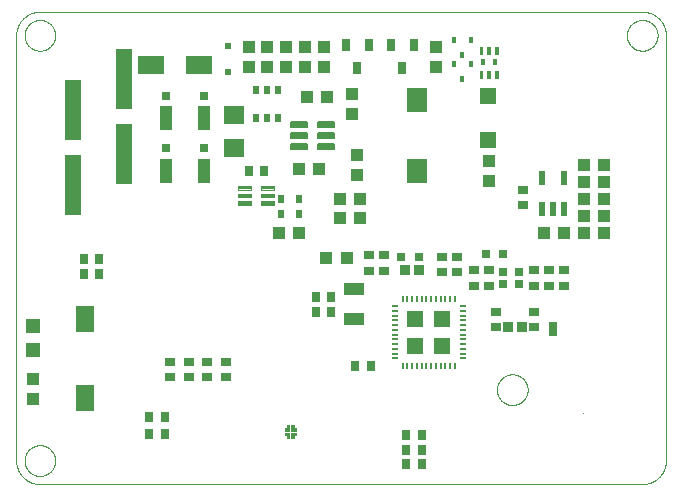
<source format=gtp>
G75*
%MOIN*%
%OFA0B0*%
%FSLAX25Y25*%
%IPPOS*%
%LPD*%
%AMOC8*
5,1,8,0,0,1.08239X$1,22.5*
%
%ADD10C,0.00001*%
%ADD11C,0.00581*%
%ADD12R,0.03937X0.04331*%
%ADD13R,0.02362X0.03150*%
%ADD14R,0.04331X0.03937*%
%ADD15R,0.06693X0.07874*%
%ADD16R,0.04724X0.04724*%
%ADD17R,0.02165X0.04724*%
%ADD18R,0.02500X0.04000*%
%ADD19R,0.02000X0.02756*%
%ADD20R,0.03543X0.02756*%
%ADD21R,0.02953X0.02756*%
%ADD22R,0.07087X0.03937*%
%ADD23R,0.03346X0.03543*%
%ADD24R,0.02756X0.03543*%
%ADD25R,0.03150X0.03150*%
%ADD26R,0.05906X0.09055*%
%ADD27R,0.05512X0.05512*%
%ADD28R,0.02362X0.02362*%
%ADD29C,0.00039*%
%ADD30R,0.05827X0.20315*%
%ADD31R,0.04331X0.07874*%
%ADD32R,0.08740X0.06181*%
%ADD33R,0.07087X0.06299*%
%ADD34R,0.02500X0.05000*%
%ADD35R,0.00100X0.00100*%
%ADD36R,0.02343X0.00792*%
%ADD37R,0.00792X0.02343*%
%ADD38R,0.05202X0.05202*%
%ADD39C,0.00394*%
%ADD40R,0.01669X0.02488*%
%ADD41C,0.00315*%
%ADD42R,0.01575X0.02008*%
D10*
X0035524Y0020000D02*
X0236311Y0020000D01*
X0236501Y0020002D01*
X0236691Y0020009D01*
X0236881Y0020021D01*
X0237071Y0020037D01*
X0237260Y0020057D01*
X0237449Y0020083D01*
X0237637Y0020112D01*
X0237824Y0020147D01*
X0238010Y0020186D01*
X0238195Y0020229D01*
X0238380Y0020277D01*
X0238563Y0020329D01*
X0238744Y0020385D01*
X0238924Y0020446D01*
X0239103Y0020512D01*
X0239280Y0020581D01*
X0239456Y0020655D01*
X0239629Y0020733D01*
X0239801Y0020816D01*
X0239970Y0020902D01*
X0240138Y0020992D01*
X0240303Y0021087D01*
X0240466Y0021185D01*
X0240626Y0021288D01*
X0240784Y0021394D01*
X0240939Y0021504D01*
X0241092Y0021617D01*
X0241242Y0021735D01*
X0241388Y0021856D01*
X0241532Y0021980D01*
X0241673Y0022108D01*
X0241811Y0022239D01*
X0241946Y0022374D01*
X0242077Y0022512D01*
X0242205Y0022653D01*
X0242329Y0022797D01*
X0242450Y0022943D01*
X0242568Y0023093D01*
X0242681Y0023246D01*
X0242791Y0023401D01*
X0242897Y0023559D01*
X0243000Y0023719D01*
X0243098Y0023882D01*
X0243193Y0024047D01*
X0243283Y0024215D01*
X0243369Y0024384D01*
X0243452Y0024556D01*
X0243530Y0024729D01*
X0243604Y0024905D01*
X0243673Y0025082D01*
X0243739Y0025261D01*
X0243800Y0025441D01*
X0243856Y0025622D01*
X0243908Y0025805D01*
X0243956Y0025990D01*
X0243999Y0026175D01*
X0244038Y0026361D01*
X0244073Y0026548D01*
X0244102Y0026736D01*
X0244128Y0026925D01*
X0244148Y0027114D01*
X0244164Y0027304D01*
X0244176Y0027494D01*
X0244183Y0027684D01*
X0244185Y0027874D01*
X0244185Y0169606D01*
X0231193Y0169606D02*
X0231195Y0169749D01*
X0231201Y0169892D01*
X0231211Y0170034D01*
X0231225Y0170176D01*
X0231243Y0170318D01*
X0231265Y0170460D01*
X0231290Y0170600D01*
X0231320Y0170740D01*
X0231354Y0170879D01*
X0231391Y0171017D01*
X0231433Y0171154D01*
X0231478Y0171289D01*
X0231527Y0171423D01*
X0231579Y0171556D01*
X0231635Y0171688D01*
X0231695Y0171817D01*
X0231759Y0171945D01*
X0231826Y0172072D01*
X0231897Y0172196D01*
X0231971Y0172318D01*
X0232048Y0172438D01*
X0232129Y0172556D01*
X0232213Y0172672D01*
X0232300Y0172785D01*
X0232390Y0172896D01*
X0232484Y0173004D01*
X0232580Y0173110D01*
X0232679Y0173212D01*
X0232782Y0173312D01*
X0232886Y0173409D01*
X0232994Y0173504D01*
X0233104Y0173595D01*
X0233217Y0173683D01*
X0233332Y0173767D01*
X0233449Y0173849D01*
X0233569Y0173927D01*
X0233690Y0174002D01*
X0233814Y0174074D01*
X0233940Y0174142D01*
X0234067Y0174206D01*
X0234197Y0174267D01*
X0234328Y0174324D01*
X0234460Y0174378D01*
X0234594Y0174427D01*
X0234729Y0174474D01*
X0234866Y0174516D01*
X0235004Y0174554D01*
X0235142Y0174589D01*
X0235282Y0174619D01*
X0235422Y0174646D01*
X0235563Y0174669D01*
X0235705Y0174688D01*
X0235847Y0174703D01*
X0235990Y0174714D01*
X0236132Y0174721D01*
X0236275Y0174724D01*
X0236418Y0174723D01*
X0236561Y0174718D01*
X0236704Y0174709D01*
X0236846Y0174696D01*
X0236988Y0174679D01*
X0237129Y0174658D01*
X0237270Y0174633D01*
X0237410Y0174605D01*
X0237549Y0174572D01*
X0237687Y0174535D01*
X0237824Y0174495D01*
X0237960Y0174451D01*
X0238095Y0174403D01*
X0238228Y0174351D01*
X0238360Y0174296D01*
X0238490Y0174237D01*
X0238619Y0174174D01*
X0238745Y0174108D01*
X0238870Y0174038D01*
X0238993Y0173965D01*
X0239113Y0173889D01*
X0239232Y0173809D01*
X0239348Y0173725D01*
X0239462Y0173639D01*
X0239573Y0173549D01*
X0239682Y0173457D01*
X0239788Y0173361D01*
X0239892Y0173263D01*
X0239993Y0173161D01*
X0240090Y0173057D01*
X0240185Y0172950D01*
X0240277Y0172841D01*
X0240366Y0172729D01*
X0240452Y0172614D01*
X0240534Y0172498D01*
X0240613Y0172378D01*
X0240689Y0172257D01*
X0240761Y0172134D01*
X0240830Y0172009D01*
X0240895Y0171882D01*
X0240957Y0171753D01*
X0241015Y0171622D01*
X0241070Y0171490D01*
X0241120Y0171356D01*
X0241167Y0171221D01*
X0241211Y0171085D01*
X0241250Y0170948D01*
X0241285Y0170809D01*
X0241317Y0170670D01*
X0241345Y0170530D01*
X0241369Y0170389D01*
X0241389Y0170247D01*
X0241405Y0170105D01*
X0241417Y0169963D01*
X0241425Y0169820D01*
X0241429Y0169677D01*
X0241429Y0169535D01*
X0241425Y0169392D01*
X0241417Y0169249D01*
X0241405Y0169107D01*
X0241389Y0168965D01*
X0241369Y0168823D01*
X0241345Y0168682D01*
X0241317Y0168542D01*
X0241285Y0168403D01*
X0241250Y0168264D01*
X0241211Y0168127D01*
X0241167Y0167991D01*
X0241120Y0167856D01*
X0241070Y0167722D01*
X0241015Y0167590D01*
X0240957Y0167459D01*
X0240895Y0167330D01*
X0240830Y0167203D01*
X0240761Y0167078D01*
X0240689Y0166955D01*
X0240613Y0166834D01*
X0240534Y0166714D01*
X0240452Y0166598D01*
X0240366Y0166483D01*
X0240277Y0166371D01*
X0240185Y0166262D01*
X0240090Y0166155D01*
X0239993Y0166051D01*
X0239892Y0165949D01*
X0239788Y0165851D01*
X0239682Y0165755D01*
X0239573Y0165663D01*
X0239462Y0165573D01*
X0239348Y0165487D01*
X0239232Y0165403D01*
X0239113Y0165323D01*
X0238993Y0165247D01*
X0238870Y0165174D01*
X0238745Y0165104D01*
X0238619Y0165038D01*
X0238490Y0164975D01*
X0238360Y0164916D01*
X0238228Y0164861D01*
X0238095Y0164809D01*
X0237960Y0164761D01*
X0237824Y0164717D01*
X0237687Y0164677D01*
X0237549Y0164640D01*
X0237410Y0164607D01*
X0237270Y0164579D01*
X0237129Y0164554D01*
X0236988Y0164533D01*
X0236846Y0164516D01*
X0236704Y0164503D01*
X0236561Y0164494D01*
X0236418Y0164489D01*
X0236275Y0164488D01*
X0236132Y0164491D01*
X0235990Y0164498D01*
X0235847Y0164509D01*
X0235705Y0164524D01*
X0235563Y0164543D01*
X0235422Y0164566D01*
X0235282Y0164593D01*
X0235142Y0164623D01*
X0235004Y0164658D01*
X0234866Y0164696D01*
X0234729Y0164738D01*
X0234594Y0164785D01*
X0234460Y0164834D01*
X0234328Y0164888D01*
X0234197Y0164945D01*
X0234067Y0165006D01*
X0233940Y0165070D01*
X0233814Y0165138D01*
X0233690Y0165210D01*
X0233569Y0165285D01*
X0233449Y0165363D01*
X0233332Y0165445D01*
X0233217Y0165529D01*
X0233104Y0165617D01*
X0232994Y0165708D01*
X0232886Y0165803D01*
X0232782Y0165900D01*
X0232679Y0166000D01*
X0232580Y0166102D01*
X0232484Y0166208D01*
X0232390Y0166316D01*
X0232300Y0166427D01*
X0232213Y0166540D01*
X0232129Y0166656D01*
X0232048Y0166774D01*
X0231971Y0166894D01*
X0231897Y0167016D01*
X0231826Y0167140D01*
X0231759Y0167267D01*
X0231695Y0167395D01*
X0231635Y0167524D01*
X0231579Y0167656D01*
X0231527Y0167789D01*
X0231478Y0167923D01*
X0231433Y0168058D01*
X0231391Y0168195D01*
X0231354Y0168333D01*
X0231320Y0168472D01*
X0231290Y0168612D01*
X0231265Y0168752D01*
X0231243Y0168894D01*
X0231225Y0169036D01*
X0231211Y0169178D01*
X0231201Y0169320D01*
X0231195Y0169463D01*
X0231193Y0169606D01*
X0236311Y0177480D02*
X0236501Y0177478D01*
X0236691Y0177471D01*
X0236881Y0177459D01*
X0237071Y0177443D01*
X0237260Y0177423D01*
X0237449Y0177397D01*
X0237637Y0177368D01*
X0237824Y0177333D01*
X0238010Y0177294D01*
X0238195Y0177251D01*
X0238380Y0177203D01*
X0238563Y0177151D01*
X0238744Y0177095D01*
X0238924Y0177034D01*
X0239103Y0176968D01*
X0239280Y0176899D01*
X0239456Y0176825D01*
X0239629Y0176747D01*
X0239801Y0176664D01*
X0239970Y0176578D01*
X0240138Y0176488D01*
X0240303Y0176393D01*
X0240466Y0176295D01*
X0240626Y0176192D01*
X0240784Y0176086D01*
X0240939Y0175976D01*
X0241092Y0175863D01*
X0241242Y0175745D01*
X0241388Y0175624D01*
X0241532Y0175500D01*
X0241673Y0175372D01*
X0241811Y0175241D01*
X0241946Y0175106D01*
X0242077Y0174968D01*
X0242205Y0174827D01*
X0242329Y0174683D01*
X0242450Y0174537D01*
X0242568Y0174387D01*
X0242681Y0174234D01*
X0242791Y0174079D01*
X0242897Y0173921D01*
X0243000Y0173761D01*
X0243098Y0173598D01*
X0243193Y0173433D01*
X0243283Y0173265D01*
X0243369Y0173096D01*
X0243452Y0172924D01*
X0243530Y0172751D01*
X0243604Y0172575D01*
X0243673Y0172398D01*
X0243739Y0172219D01*
X0243800Y0172039D01*
X0243856Y0171858D01*
X0243908Y0171675D01*
X0243956Y0171490D01*
X0243999Y0171305D01*
X0244038Y0171119D01*
X0244073Y0170932D01*
X0244102Y0170744D01*
X0244128Y0170555D01*
X0244148Y0170366D01*
X0244164Y0170176D01*
X0244176Y0169986D01*
X0244183Y0169796D01*
X0244185Y0169606D01*
X0236311Y0177480D02*
X0035524Y0177480D01*
X0030406Y0169606D02*
X0030408Y0169749D01*
X0030414Y0169892D01*
X0030424Y0170034D01*
X0030438Y0170176D01*
X0030456Y0170318D01*
X0030478Y0170460D01*
X0030503Y0170600D01*
X0030533Y0170740D01*
X0030567Y0170879D01*
X0030604Y0171017D01*
X0030646Y0171154D01*
X0030691Y0171289D01*
X0030740Y0171423D01*
X0030792Y0171556D01*
X0030848Y0171688D01*
X0030908Y0171817D01*
X0030972Y0171945D01*
X0031039Y0172072D01*
X0031110Y0172196D01*
X0031184Y0172318D01*
X0031261Y0172438D01*
X0031342Y0172556D01*
X0031426Y0172672D01*
X0031513Y0172785D01*
X0031603Y0172896D01*
X0031697Y0173004D01*
X0031793Y0173110D01*
X0031892Y0173212D01*
X0031995Y0173312D01*
X0032099Y0173409D01*
X0032207Y0173504D01*
X0032317Y0173595D01*
X0032430Y0173683D01*
X0032545Y0173767D01*
X0032662Y0173849D01*
X0032782Y0173927D01*
X0032903Y0174002D01*
X0033027Y0174074D01*
X0033153Y0174142D01*
X0033280Y0174206D01*
X0033410Y0174267D01*
X0033541Y0174324D01*
X0033673Y0174378D01*
X0033807Y0174427D01*
X0033942Y0174474D01*
X0034079Y0174516D01*
X0034217Y0174554D01*
X0034355Y0174589D01*
X0034495Y0174619D01*
X0034635Y0174646D01*
X0034776Y0174669D01*
X0034918Y0174688D01*
X0035060Y0174703D01*
X0035203Y0174714D01*
X0035345Y0174721D01*
X0035488Y0174724D01*
X0035631Y0174723D01*
X0035774Y0174718D01*
X0035917Y0174709D01*
X0036059Y0174696D01*
X0036201Y0174679D01*
X0036342Y0174658D01*
X0036483Y0174633D01*
X0036623Y0174605D01*
X0036762Y0174572D01*
X0036900Y0174535D01*
X0037037Y0174495D01*
X0037173Y0174451D01*
X0037308Y0174403D01*
X0037441Y0174351D01*
X0037573Y0174296D01*
X0037703Y0174237D01*
X0037832Y0174174D01*
X0037958Y0174108D01*
X0038083Y0174038D01*
X0038206Y0173965D01*
X0038326Y0173889D01*
X0038445Y0173809D01*
X0038561Y0173725D01*
X0038675Y0173639D01*
X0038786Y0173549D01*
X0038895Y0173457D01*
X0039001Y0173361D01*
X0039105Y0173263D01*
X0039206Y0173161D01*
X0039303Y0173057D01*
X0039398Y0172950D01*
X0039490Y0172841D01*
X0039579Y0172729D01*
X0039665Y0172614D01*
X0039747Y0172498D01*
X0039826Y0172378D01*
X0039902Y0172257D01*
X0039974Y0172134D01*
X0040043Y0172009D01*
X0040108Y0171882D01*
X0040170Y0171753D01*
X0040228Y0171622D01*
X0040283Y0171490D01*
X0040333Y0171356D01*
X0040380Y0171221D01*
X0040424Y0171085D01*
X0040463Y0170948D01*
X0040498Y0170809D01*
X0040530Y0170670D01*
X0040558Y0170530D01*
X0040582Y0170389D01*
X0040602Y0170247D01*
X0040618Y0170105D01*
X0040630Y0169963D01*
X0040638Y0169820D01*
X0040642Y0169677D01*
X0040642Y0169535D01*
X0040638Y0169392D01*
X0040630Y0169249D01*
X0040618Y0169107D01*
X0040602Y0168965D01*
X0040582Y0168823D01*
X0040558Y0168682D01*
X0040530Y0168542D01*
X0040498Y0168403D01*
X0040463Y0168264D01*
X0040424Y0168127D01*
X0040380Y0167991D01*
X0040333Y0167856D01*
X0040283Y0167722D01*
X0040228Y0167590D01*
X0040170Y0167459D01*
X0040108Y0167330D01*
X0040043Y0167203D01*
X0039974Y0167078D01*
X0039902Y0166955D01*
X0039826Y0166834D01*
X0039747Y0166714D01*
X0039665Y0166598D01*
X0039579Y0166483D01*
X0039490Y0166371D01*
X0039398Y0166262D01*
X0039303Y0166155D01*
X0039206Y0166051D01*
X0039105Y0165949D01*
X0039001Y0165851D01*
X0038895Y0165755D01*
X0038786Y0165663D01*
X0038675Y0165573D01*
X0038561Y0165487D01*
X0038445Y0165403D01*
X0038326Y0165323D01*
X0038206Y0165247D01*
X0038083Y0165174D01*
X0037958Y0165104D01*
X0037832Y0165038D01*
X0037703Y0164975D01*
X0037573Y0164916D01*
X0037441Y0164861D01*
X0037308Y0164809D01*
X0037173Y0164761D01*
X0037037Y0164717D01*
X0036900Y0164677D01*
X0036762Y0164640D01*
X0036623Y0164607D01*
X0036483Y0164579D01*
X0036342Y0164554D01*
X0036201Y0164533D01*
X0036059Y0164516D01*
X0035917Y0164503D01*
X0035774Y0164494D01*
X0035631Y0164489D01*
X0035488Y0164488D01*
X0035345Y0164491D01*
X0035203Y0164498D01*
X0035060Y0164509D01*
X0034918Y0164524D01*
X0034776Y0164543D01*
X0034635Y0164566D01*
X0034495Y0164593D01*
X0034355Y0164623D01*
X0034217Y0164658D01*
X0034079Y0164696D01*
X0033942Y0164738D01*
X0033807Y0164785D01*
X0033673Y0164834D01*
X0033541Y0164888D01*
X0033410Y0164945D01*
X0033280Y0165006D01*
X0033153Y0165070D01*
X0033027Y0165138D01*
X0032903Y0165210D01*
X0032782Y0165285D01*
X0032662Y0165363D01*
X0032545Y0165445D01*
X0032430Y0165529D01*
X0032317Y0165617D01*
X0032207Y0165708D01*
X0032099Y0165803D01*
X0031995Y0165900D01*
X0031892Y0166000D01*
X0031793Y0166102D01*
X0031697Y0166208D01*
X0031603Y0166316D01*
X0031513Y0166427D01*
X0031426Y0166540D01*
X0031342Y0166656D01*
X0031261Y0166774D01*
X0031184Y0166894D01*
X0031110Y0167016D01*
X0031039Y0167140D01*
X0030972Y0167267D01*
X0030908Y0167395D01*
X0030848Y0167524D01*
X0030792Y0167656D01*
X0030740Y0167789D01*
X0030691Y0167923D01*
X0030646Y0168058D01*
X0030604Y0168195D01*
X0030567Y0168333D01*
X0030533Y0168472D01*
X0030503Y0168612D01*
X0030478Y0168752D01*
X0030456Y0168894D01*
X0030438Y0169036D01*
X0030424Y0169178D01*
X0030414Y0169320D01*
X0030408Y0169463D01*
X0030406Y0169606D01*
X0027650Y0169606D02*
X0027650Y0027874D01*
X0030406Y0027874D02*
X0030408Y0028017D01*
X0030414Y0028160D01*
X0030424Y0028302D01*
X0030438Y0028444D01*
X0030456Y0028586D01*
X0030478Y0028728D01*
X0030503Y0028868D01*
X0030533Y0029008D01*
X0030567Y0029147D01*
X0030604Y0029285D01*
X0030646Y0029422D01*
X0030691Y0029557D01*
X0030740Y0029691D01*
X0030792Y0029824D01*
X0030848Y0029956D01*
X0030908Y0030085D01*
X0030972Y0030213D01*
X0031039Y0030340D01*
X0031110Y0030464D01*
X0031184Y0030586D01*
X0031261Y0030706D01*
X0031342Y0030824D01*
X0031426Y0030940D01*
X0031513Y0031053D01*
X0031603Y0031164D01*
X0031697Y0031272D01*
X0031793Y0031378D01*
X0031892Y0031480D01*
X0031995Y0031580D01*
X0032099Y0031677D01*
X0032207Y0031772D01*
X0032317Y0031863D01*
X0032430Y0031951D01*
X0032545Y0032035D01*
X0032662Y0032117D01*
X0032782Y0032195D01*
X0032903Y0032270D01*
X0033027Y0032342D01*
X0033153Y0032410D01*
X0033280Y0032474D01*
X0033410Y0032535D01*
X0033541Y0032592D01*
X0033673Y0032646D01*
X0033807Y0032695D01*
X0033942Y0032742D01*
X0034079Y0032784D01*
X0034217Y0032822D01*
X0034355Y0032857D01*
X0034495Y0032887D01*
X0034635Y0032914D01*
X0034776Y0032937D01*
X0034918Y0032956D01*
X0035060Y0032971D01*
X0035203Y0032982D01*
X0035345Y0032989D01*
X0035488Y0032992D01*
X0035631Y0032991D01*
X0035774Y0032986D01*
X0035917Y0032977D01*
X0036059Y0032964D01*
X0036201Y0032947D01*
X0036342Y0032926D01*
X0036483Y0032901D01*
X0036623Y0032873D01*
X0036762Y0032840D01*
X0036900Y0032803D01*
X0037037Y0032763D01*
X0037173Y0032719D01*
X0037308Y0032671D01*
X0037441Y0032619D01*
X0037573Y0032564D01*
X0037703Y0032505D01*
X0037832Y0032442D01*
X0037958Y0032376D01*
X0038083Y0032306D01*
X0038206Y0032233D01*
X0038326Y0032157D01*
X0038445Y0032077D01*
X0038561Y0031993D01*
X0038675Y0031907D01*
X0038786Y0031817D01*
X0038895Y0031725D01*
X0039001Y0031629D01*
X0039105Y0031531D01*
X0039206Y0031429D01*
X0039303Y0031325D01*
X0039398Y0031218D01*
X0039490Y0031109D01*
X0039579Y0030997D01*
X0039665Y0030882D01*
X0039747Y0030766D01*
X0039826Y0030646D01*
X0039902Y0030525D01*
X0039974Y0030402D01*
X0040043Y0030277D01*
X0040108Y0030150D01*
X0040170Y0030021D01*
X0040228Y0029890D01*
X0040283Y0029758D01*
X0040333Y0029624D01*
X0040380Y0029489D01*
X0040424Y0029353D01*
X0040463Y0029216D01*
X0040498Y0029077D01*
X0040530Y0028938D01*
X0040558Y0028798D01*
X0040582Y0028657D01*
X0040602Y0028515D01*
X0040618Y0028373D01*
X0040630Y0028231D01*
X0040638Y0028088D01*
X0040642Y0027945D01*
X0040642Y0027803D01*
X0040638Y0027660D01*
X0040630Y0027517D01*
X0040618Y0027375D01*
X0040602Y0027233D01*
X0040582Y0027091D01*
X0040558Y0026950D01*
X0040530Y0026810D01*
X0040498Y0026671D01*
X0040463Y0026532D01*
X0040424Y0026395D01*
X0040380Y0026259D01*
X0040333Y0026124D01*
X0040283Y0025990D01*
X0040228Y0025858D01*
X0040170Y0025727D01*
X0040108Y0025598D01*
X0040043Y0025471D01*
X0039974Y0025346D01*
X0039902Y0025223D01*
X0039826Y0025102D01*
X0039747Y0024982D01*
X0039665Y0024866D01*
X0039579Y0024751D01*
X0039490Y0024639D01*
X0039398Y0024530D01*
X0039303Y0024423D01*
X0039206Y0024319D01*
X0039105Y0024217D01*
X0039001Y0024119D01*
X0038895Y0024023D01*
X0038786Y0023931D01*
X0038675Y0023841D01*
X0038561Y0023755D01*
X0038445Y0023671D01*
X0038326Y0023591D01*
X0038206Y0023515D01*
X0038083Y0023442D01*
X0037958Y0023372D01*
X0037832Y0023306D01*
X0037703Y0023243D01*
X0037573Y0023184D01*
X0037441Y0023129D01*
X0037308Y0023077D01*
X0037173Y0023029D01*
X0037037Y0022985D01*
X0036900Y0022945D01*
X0036762Y0022908D01*
X0036623Y0022875D01*
X0036483Y0022847D01*
X0036342Y0022822D01*
X0036201Y0022801D01*
X0036059Y0022784D01*
X0035917Y0022771D01*
X0035774Y0022762D01*
X0035631Y0022757D01*
X0035488Y0022756D01*
X0035345Y0022759D01*
X0035203Y0022766D01*
X0035060Y0022777D01*
X0034918Y0022792D01*
X0034776Y0022811D01*
X0034635Y0022834D01*
X0034495Y0022861D01*
X0034355Y0022891D01*
X0034217Y0022926D01*
X0034079Y0022964D01*
X0033942Y0023006D01*
X0033807Y0023053D01*
X0033673Y0023102D01*
X0033541Y0023156D01*
X0033410Y0023213D01*
X0033280Y0023274D01*
X0033153Y0023338D01*
X0033027Y0023406D01*
X0032903Y0023478D01*
X0032782Y0023553D01*
X0032662Y0023631D01*
X0032545Y0023713D01*
X0032430Y0023797D01*
X0032317Y0023885D01*
X0032207Y0023976D01*
X0032099Y0024071D01*
X0031995Y0024168D01*
X0031892Y0024268D01*
X0031793Y0024370D01*
X0031697Y0024476D01*
X0031603Y0024584D01*
X0031513Y0024695D01*
X0031426Y0024808D01*
X0031342Y0024924D01*
X0031261Y0025042D01*
X0031184Y0025162D01*
X0031110Y0025284D01*
X0031039Y0025408D01*
X0030972Y0025535D01*
X0030908Y0025663D01*
X0030848Y0025792D01*
X0030792Y0025924D01*
X0030740Y0026057D01*
X0030691Y0026191D01*
X0030646Y0026326D01*
X0030604Y0026463D01*
X0030567Y0026601D01*
X0030533Y0026740D01*
X0030503Y0026880D01*
X0030478Y0027020D01*
X0030456Y0027162D01*
X0030438Y0027304D01*
X0030424Y0027446D01*
X0030414Y0027588D01*
X0030408Y0027731D01*
X0030406Y0027874D01*
X0027650Y0027874D02*
X0027652Y0027684D01*
X0027659Y0027494D01*
X0027671Y0027304D01*
X0027687Y0027114D01*
X0027707Y0026925D01*
X0027733Y0026736D01*
X0027762Y0026548D01*
X0027797Y0026361D01*
X0027836Y0026175D01*
X0027879Y0025990D01*
X0027927Y0025805D01*
X0027979Y0025622D01*
X0028035Y0025441D01*
X0028096Y0025261D01*
X0028162Y0025082D01*
X0028231Y0024905D01*
X0028305Y0024729D01*
X0028383Y0024556D01*
X0028466Y0024384D01*
X0028552Y0024215D01*
X0028642Y0024047D01*
X0028737Y0023882D01*
X0028835Y0023719D01*
X0028938Y0023559D01*
X0029044Y0023401D01*
X0029154Y0023246D01*
X0029267Y0023093D01*
X0029385Y0022943D01*
X0029506Y0022797D01*
X0029630Y0022653D01*
X0029758Y0022512D01*
X0029889Y0022374D01*
X0030024Y0022239D01*
X0030162Y0022108D01*
X0030303Y0021980D01*
X0030447Y0021856D01*
X0030593Y0021735D01*
X0030743Y0021617D01*
X0030896Y0021504D01*
X0031051Y0021394D01*
X0031209Y0021288D01*
X0031369Y0021185D01*
X0031532Y0021087D01*
X0031697Y0020992D01*
X0031865Y0020902D01*
X0032034Y0020816D01*
X0032206Y0020733D01*
X0032379Y0020655D01*
X0032555Y0020581D01*
X0032732Y0020512D01*
X0032911Y0020446D01*
X0033091Y0020385D01*
X0033272Y0020329D01*
X0033455Y0020277D01*
X0033640Y0020229D01*
X0033825Y0020186D01*
X0034011Y0020147D01*
X0034198Y0020112D01*
X0034386Y0020083D01*
X0034575Y0020057D01*
X0034764Y0020037D01*
X0034954Y0020021D01*
X0035144Y0020009D01*
X0035334Y0020002D01*
X0035524Y0020000D01*
X0187886Y0051496D02*
X0187888Y0051639D01*
X0187894Y0051782D01*
X0187904Y0051924D01*
X0187918Y0052066D01*
X0187936Y0052208D01*
X0187958Y0052350D01*
X0187983Y0052490D01*
X0188013Y0052630D01*
X0188047Y0052769D01*
X0188084Y0052907D01*
X0188126Y0053044D01*
X0188171Y0053179D01*
X0188220Y0053313D01*
X0188272Y0053446D01*
X0188328Y0053578D01*
X0188388Y0053707D01*
X0188452Y0053835D01*
X0188519Y0053962D01*
X0188590Y0054086D01*
X0188664Y0054208D01*
X0188741Y0054328D01*
X0188822Y0054446D01*
X0188906Y0054562D01*
X0188993Y0054675D01*
X0189083Y0054786D01*
X0189177Y0054894D01*
X0189273Y0055000D01*
X0189372Y0055102D01*
X0189475Y0055202D01*
X0189579Y0055299D01*
X0189687Y0055394D01*
X0189797Y0055485D01*
X0189910Y0055573D01*
X0190025Y0055657D01*
X0190142Y0055739D01*
X0190262Y0055817D01*
X0190383Y0055892D01*
X0190507Y0055964D01*
X0190633Y0056032D01*
X0190760Y0056096D01*
X0190890Y0056157D01*
X0191021Y0056214D01*
X0191153Y0056268D01*
X0191287Y0056317D01*
X0191422Y0056364D01*
X0191559Y0056406D01*
X0191697Y0056444D01*
X0191835Y0056479D01*
X0191975Y0056509D01*
X0192115Y0056536D01*
X0192256Y0056559D01*
X0192398Y0056578D01*
X0192540Y0056593D01*
X0192683Y0056604D01*
X0192825Y0056611D01*
X0192968Y0056614D01*
X0193111Y0056613D01*
X0193254Y0056608D01*
X0193397Y0056599D01*
X0193539Y0056586D01*
X0193681Y0056569D01*
X0193822Y0056548D01*
X0193963Y0056523D01*
X0194103Y0056495D01*
X0194242Y0056462D01*
X0194380Y0056425D01*
X0194517Y0056385D01*
X0194653Y0056341D01*
X0194788Y0056293D01*
X0194921Y0056241D01*
X0195053Y0056186D01*
X0195183Y0056127D01*
X0195312Y0056064D01*
X0195438Y0055998D01*
X0195563Y0055928D01*
X0195686Y0055855D01*
X0195806Y0055779D01*
X0195925Y0055699D01*
X0196041Y0055615D01*
X0196155Y0055529D01*
X0196266Y0055439D01*
X0196375Y0055347D01*
X0196481Y0055251D01*
X0196585Y0055153D01*
X0196686Y0055051D01*
X0196783Y0054947D01*
X0196878Y0054840D01*
X0196970Y0054731D01*
X0197059Y0054619D01*
X0197145Y0054504D01*
X0197227Y0054388D01*
X0197306Y0054268D01*
X0197382Y0054147D01*
X0197454Y0054024D01*
X0197523Y0053899D01*
X0197588Y0053772D01*
X0197650Y0053643D01*
X0197708Y0053512D01*
X0197763Y0053380D01*
X0197813Y0053246D01*
X0197860Y0053111D01*
X0197904Y0052975D01*
X0197943Y0052838D01*
X0197978Y0052699D01*
X0198010Y0052560D01*
X0198038Y0052420D01*
X0198062Y0052279D01*
X0198082Y0052137D01*
X0198098Y0051995D01*
X0198110Y0051853D01*
X0198118Y0051710D01*
X0198122Y0051567D01*
X0198122Y0051425D01*
X0198118Y0051282D01*
X0198110Y0051139D01*
X0198098Y0050997D01*
X0198082Y0050855D01*
X0198062Y0050713D01*
X0198038Y0050572D01*
X0198010Y0050432D01*
X0197978Y0050293D01*
X0197943Y0050154D01*
X0197904Y0050017D01*
X0197860Y0049881D01*
X0197813Y0049746D01*
X0197763Y0049612D01*
X0197708Y0049480D01*
X0197650Y0049349D01*
X0197588Y0049220D01*
X0197523Y0049093D01*
X0197454Y0048968D01*
X0197382Y0048845D01*
X0197306Y0048724D01*
X0197227Y0048604D01*
X0197145Y0048488D01*
X0197059Y0048373D01*
X0196970Y0048261D01*
X0196878Y0048152D01*
X0196783Y0048045D01*
X0196686Y0047941D01*
X0196585Y0047839D01*
X0196481Y0047741D01*
X0196375Y0047645D01*
X0196266Y0047553D01*
X0196155Y0047463D01*
X0196041Y0047377D01*
X0195925Y0047293D01*
X0195806Y0047213D01*
X0195686Y0047137D01*
X0195563Y0047064D01*
X0195438Y0046994D01*
X0195312Y0046928D01*
X0195183Y0046865D01*
X0195053Y0046806D01*
X0194921Y0046751D01*
X0194788Y0046699D01*
X0194653Y0046651D01*
X0194517Y0046607D01*
X0194380Y0046567D01*
X0194242Y0046530D01*
X0194103Y0046497D01*
X0193963Y0046469D01*
X0193822Y0046444D01*
X0193681Y0046423D01*
X0193539Y0046406D01*
X0193397Y0046393D01*
X0193254Y0046384D01*
X0193111Y0046379D01*
X0192968Y0046378D01*
X0192825Y0046381D01*
X0192683Y0046388D01*
X0192540Y0046399D01*
X0192398Y0046414D01*
X0192256Y0046433D01*
X0192115Y0046456D01*
X0191975Y0046483D01*
X0191835Y0046513D01*
X0191697Y0046548D01*
X0191559Y0046586D01*
X0191422Y0046628D01*
X0191287Y0046675D01*
X0191153Y0046724D01*
X0191021Y0046778D01*
X0190890Y0046835D01*
X0190760Y0046896D01*
X0190633Y0046960D01*
X0190507Y0047028D01*
X0190383Y0047100D01*
X0190262Y0047175D01*
X0190142Y0047253D01*
X0190025Y0047335D01*
X0189910Y0047419D01*
X0189797Y0047507D01*
X0189687Y0047598D01*
X0189579Y0047693D01*
X0189475Y0047790D01*
X0189372Y0047890D01*
X0189273Y0047992D01*
X0189177Y0048098D01*
X0189083Y0048206D01*
X0188993Y0048317D01*
X0188906Y0048430D01*
X0188822Y0048546D01*
X0188741Y0048664D01*
X0188664Y0048784D01*
X0188590Y0048906D01*
X0188519Y0049030D01*
X0188452Y0049157D01*
X0188388Y0049285D01*
X0188328Y0049414D01*
X0188272Y0049546D01*
X0188220Y0049679D01*
X0188171Y0049813D01*
X0188126Y0049948D01*
X0188084Y0050085D01*
X0188047Y0050223D01*
X0188013Y0050362D01*
X0187983Y0050502D01*
X0187958Y0050642D01*
X0187936Y0050784D01*
X0187918Y0050926D01*
X0187904Y0051068D01*
X0187894Y0051210D01*
X0187888Y0051353D01*
X0187886Y0051496D01*
X0035524Y0177480D02*
X0035334Y0177478D01*
X0035144Y0177471D01*
X0034954Y0177459D01*
X0034764Y0177443D01*
X0034575Y0177423D01*
X0034386Y0177397D01*
X0034198Y0177368D01*
X0034011Y0177333D01*
X0033825Y0177294D01*
X0033640Y0177251D01*
X0033455Y0177203D01*
X0033272Y0177151D01*
X0033091Y0177095D01*
X0032911Y0177034D01*
X0032732Y0176968D01*
X0032555Y0176899D01*
X0032379Y0176825D01*
X0032206Y0176747D01*
X0032034Y0176664D01*
X0031865Y0176578D01*
X0031697Y0176488D01*
X0031532Y0176393D01*
X0031369Y0176295D01*
X0031209Y0176192D01*
X0031051Y0176086D01*
X0030896Y0175976D01*
X0030743Y0175863D01*
X0030593Y0175745D01*
X0030447Y0175624D01*
X0030303Y0175500D01*
X0030162Y0175372D01*
X0030024Y0175241D01*
X0029889Y0175106D01*
X0029758Y0174968D01*
X0029630Y0174827D01*
X0029506Y0174683D01*
X0029385Y0174537D01*
X0029267Y0174387D01*
X0029154Y0174234D01*
X0029044Y0174079D01*
X0028938Y0173921D01*
X0028835Y0173761D01*
X0028737Y0173598D01*
X0028642Y0173433D01*
X0028552Y0173265D01*
X0028466Y0173096D01*
X0028383Y0172924D01*
X0028305Y0172751D01*
X0028231Y0172575D01*
X0028162Y0172398D01*
X0028096Y0172219D01*
X0028035Y0172039D01*
X0027979Y0171858D01*
X0027927Y0171675D01*
X0027879Y0171490D01*
X0027836Y0171305D01*
X0027797Y0171119D01*
X0027762Y0170932D01*
X0027733Y0170744D01*
X0027707Y0170555D01*
X0027687Y0170366D01*
X0027671Y0170176D01*
X0027659Y0169986D01*
X0027652Y0169796D01*
X0027650Y0169606D01*
D11*
X0119289Y0140861D02*
X0124417Y0140861D01*
X0124417Y0139119D01*
X0119289Y0139119D01*
X0119289Y0140861D01*
X0119289Y0139671D02*
X0124417Y0139671D01*
X0124417Y0140223D02*
X0119289Y0140223D01*
X0119289Y0140775D02*
X0124417Y0140775D01*
X0124417Y0137121D02*
X0119289Y0137121D01*
X0124417Y0137121D02*
X0124417Y0135379D01*
X0119289Y0135379D01*
X0119289Y0137121D01*
X0119289Y0135931D02*
X0124417Y0135931D01*
X0124417Y0136483D02*
X0119289Y0136483D01*
X0119289Y0137035D02*
X0124417Y0137035D01*
X0128383Y0137121D02*
X0133511Y0137121D01*
X0133511Y0135379D01*
X0128383Y0135379D01*
X0128383Y0137121D01*
X0128383Y0135931D02*
X0133511Y0135931D01*
X0133511Y0136483D02*
X0128383Y0136483D01*
X0128383Y0137035D02*
X0133511Y0137035D01*
X0133511Y0140861D02*
X0128383Y0140861D01*
X0133511Y0140861D02*
X0133511Y0139119D01*
X0128383Y0139119D01*
X0128383Y0140861D01*
X0128383Y0139671D02*
X0133511Y0139671D01*
X0133511Y0140223D02*
X0128383Y0140223D01*
X0128383Y0140775D02*
X0133511Y0140775D01*
X0133511Y0133381D02*
X0128383Y0133381D01*
X0133511Y0133381D02*
X0133511Y0131639D01*
X0128383Y0131639D01*
X0128383Y0133381D01*
X0128383Y0132191D02*
X0133511Y0132191D01*
X0133511Y0132743D02*
X0128383Y0132743D01*
X0128383Y0133295D02*
X0133511Y0133295D01*
X0124417Y0133381D02*
X0119289Y0133381D01*
X0124417Y0133381D02*
X0124417Y0131639D01*
X0119289Y0131639D01*
X0119289Y0133381D01*
X0119289Y0132191D02*
X0124417Y0132191D01*
X0124417Y0132743D02*
X0119289Y0132743D01*
X0119289Y0133295D02*
X0124417Y0133295D01*
D12*
X0141400Y0129596D03*
X0141400Y0122904D03*
X0139525Y0143529D03*
X0139525Y0150221D03*
X0130150Y0159154D03*
X0123900Y0159154D03*
X0117650Y0159154D03*
X0111400Y0159154D03*
X0105150Y0159154D03*
X0105150Y0165846D03*
X0111400Y0165846D03*
X0117650Y0165846D03*
X0123900Y0165846D03*
X0130150Y0165846D03*
X0167650Y0165846D03*
X0167650Y0159154D03*
X0185200Y0127596D03*
X0185200Y0120904D03*
X0033275Y0055221D03*
X0033275Y0048529D03*
D13*
X0115947Y0110000D03*
X0115947Y0115000D03*
X0121853Y0115000D03*
X0121853Y0110000D03*
D14*
X0121934Y0103787D03*
X0115241Y0103787D03*
X0131041Y0095362D03*
X0137734Y0095362D03*
X0135554Y0108750D03*
X0135554Y0115000D03*
X0142246Y0115000D03*
X0142246Y0108750D03*
X0128496Y0125000D03*
X0121804Y0125000D03*
X0124429Y0149113D03*
X0131121Y0149113D03*
X0203679Y0103750D03*
X0210371Y0103750D03*
X0216804Y0103750D03*
X0216804Y0109375D03*
X0223496Y0109375D03*
X0223496Y0103750D03*
X0223496Y0115000D03*
X0216804Y0115000D03*
X0216804Y0120625D03*
X0216804Y0126250D03*
X0223496Y0126250D03*
X0223496Y0120625D03*
D15*
X0161400Y0124439D03*
X0161400Y0148061D03*
D16*
X0033275Y0072884D03*
X0033275Y0064616D03*
D17*
X0202760Y0111744D03*
X0206500Y0111744D03*
X0210240Y0111744D03*
X0210240Y0121981D03*
X0202760Y0121981D03*
D18*
X0156400Y0158563D03*
X0152660Y0166437D03*
X0145140Y0166437D03*
X0137660Y0166437D03*
X0141400Y0158563D03*
X0160140Y0166437D03*
D19*
X0114978Y0151239D03*
X0111237Y0151239D03*
X0107497Y0151239D03*
X0107497Y0142086D03*
X0111237Y0142086D03*
X0114978Y0142086D03*
D20*
X0145150Y0096309D03*
X0150150Y0096309D03*
X0150150Y0091191D03*
X0145150Y0091191D03*
X0169525Y0090566D03*
X0174525Y0090566D03*
X0180150Y0091309D03*
X0185150Y0091309D03*
X0185150Y0086191D03*
X0180150Y0086191D03*
X0187650Y0077559D03*
X0187650Y0072441D03*
X0200150Y0072441D03*
X0200150Y0077559D03*
X0200150Y0086191D03*
X0205150Y0086191D03*
X0210150Y0086191D03*
X0210150Y0091309D03*
X0205150Y0091309D03*
X0200150Y0091309D03*
X0196500Y0113053D03*
X0196500Y0118172D03*
X0174525Y0095684D03*
X0169525Y0095684D03*
X0097650Y0060684D03*
X0091400Y0060684D03*
X0085150Y0060684D03*
X0085150Y0055566D03*
X0091400Y0055566D03*
X0097650Y0055566D03*
X0078900Y0055566D03*
X0078900Y0060684D03*
D21*
X0184171Y0096875D03*
X0189879Y0096875D03*
X0189993Y0090719D03*
X0189993Y0086781D03*
X0195307Y0086781D03*
X0195307Y0090719D03*
D22*
X0140150Y0084921D03*
X0140150Y0075079D03*
D23*
X0157242Y0091250D03*
X0161808Y0091250D03*
X0191617Y0072500D03*
X0196183Y0072500D03*
D24*
X0162797Y0036413D03*
X0162797Y0031512D03*
X0157678Y0031512D03*
X0157678Y0036413D03*
X0157678Y0026612D03*
X0162797Y0026612D03*
X0145834Y0059375D03*
X0140716Y0059375D03*
X0132709Y0077500D03*
X0132709Y0082500D03*
X0127591Y0082500D03*
X0127591Y0077500D03*
X0077084Y0042500D03*
X0071966Y0042500D03*
X0071966Y0036875D03*
X0077084Y0036875D03*
X0055209Y0090000D03*
X0055209Y0095000D03*
X0050091Y0095000D03*
X0050091Y0090000D03*
X0105091Y0124375D03*
X0110209Y0124375D03*
D25*
X0090150Y0132028D03*
X0077650Y0132028D03*
X0077650Y0149528D03*
X0090150Y0149528D03*
X0155900Y0095625D03*
X0161900Y0095625D03*
D26*
X0050524Y0075128D03*
X0050524Y0048750D03*
D27*
X0185062Y0134717D03*
X0185062Y0149283D03*
D28*
X0098112Y0157557D03*
X0098112Y0166218D03*
D29*
X0117743Y0039599D02*
X0118648Y0039599D01*
X0118648Y0037866D01*
X0117073Y0037866D01*
X0117073Y0038772D01*
X0117743Y0038772D01*
X0117743Y0039599D01*
X0117743Y0039585D02*
X0118648Y0039585D01*
X0118648Y0039547D02*
X0117743Y0039547D01*
X0117743Y0039509D02*
X0118648Y0039509D01*
X0118648Y0039471D02*
X0117743Y0039471D01*
X0117743Y0039433D02*
X0118648Y0039433D01*
X0118648Y0039395D02*
X0117743Y0039395D01*
X0117743Y0039357D02*
X0118648Y0039357D01*
X0118648Y0039320D02*
X0117743Y0039320D01*
X0117743Y0039282D02*
X0118648Y0039282D01*
X0118648Y0039244D02*
X0117743Y0039244D01*
X0117743Y0039206D02*
X0118648Y0039206D01*
X0118648Y0039168D02*
X0117743Y0039168D01*
X0117743Y0039130D02*
X0118648Y0039130D01*
X0118648Y0039092D02*
X0117743Y0039092D01*
X0117743Y0039054D02*
X0118648Y0039054D01*
X0118648Y0039016D02*
X0117743Y0039016D01*
X0117743Y0038979D02*
X0118648Y0038979D01*
X0118648Y0038941D02*
X0117743Y0038941D01*
X0117743Y0038903D02*
X0118648Y0038903D01*
X0118648Y0038865D02*
X0117743Y0038865D01*
X0117743Y0038827D02*
X0118648Y0038827D01*
X0118648Y0038789D02*
X0117743Y0038789D01*
X0117073Y0038751D02*
X0118648Y0038751D01*
X0118648Y0038713D02*
X0117073Y0038713D01*
X0117073Y0038676D02*
X0118648Y0038676D01*
X0118648Y0038638D02*
X0117073Y0038638D01*
X0117073Y0038600D02*
X0118648Y0038600D01*
X0118648Y0038562D02*
X0117073Y0038562D01*
X0117073Y0038524D02*
X0118648Y0038524D01*
X0118648Y0038486D02*
X0117073Y0038486D01*
X0117073Y0038448D02*
X0118648Y0038448D01*
X0118648Y0038410D02*
X0117073Y0038410D01*
X0117073Y0038372D02*
X0118648Y0038372D01*
X0118648Y0038335D02*
X0117073Y0038335D01*
X0117073Y0038297D02*
X0118648Y0038297D01*
X0118648Y0038259D02*
X0117073Y0038259D01*
X0117073Y0038221D02*
X0118648Y0038221D01*
X0118648Y0038183D02*
X0117073Y0038183D01*
X0117073Y0038145D02*
X0118648Y0038145D01*
X0118648Y0038107D02*
X0117073Y0038107D01*
X0117073Y0038069D02*
X0118648Y0038069D01*
X0118648Y0038032D02*
X0117073Y0038032D01*
X0117073Y0037994D02*
X0118648Y0037994D01*
X0118648Y0037956D02*
X0117073Y0037956D01*
X0117073Y0037918D02*
X0118648Y0037918D01*
X0118648Y0037880D02*
X0117073Y0037880D01*
X0117073Y0037158D02*
X0117073Y0036252D01*
X0117743Y0036252D01*
X0117743Y0035425D01*
X0118648Y0035425D01*
X0118648Y0037158D01*
X0117073Y0037158D01*
X0117073Y0037122D02*
X0118648Y0037122D01*
X0118648Y0037085D02*
X0117073Y0037085D01*
X0117073Y0037047D02*
X0118648Y0037047D01*
X0118648Y0037009D02*
X0117073Y0037009D01*
X0117073Y0036971D02*
X0118648Y0036971D01*
X0118648Y0036933D02*
X0117073Y0036933D01*
X0117073Y0036895D02*
X0118648Y0036895D01*
X0118648Y0036857D02*
X0117073Y0036857D01*
X0117073Y0036819D02*
X0118648Y0036819D01*
X0118648Y0036781D02*
X0117073Y0036781D01*
X0117073Y0036744D02*
X0118648Y0036744D01*
X0118648Y0036706D02*
X0117073Y0036706D01*
X0117073Y0036668D02*
X0118648Y0036668D01*
X0118648Y0036630D02*
X0117073Y0036630D01*
X0117073Y0036592D02*
X0118648Y0036592D01*
X0118648Y0036554D02*
X0117073Y0036554D01*
X0117073Y0036516D02*
X0118648Y0036516D01*
X0118648Y0036478D02*
X0117073Y0036478D01*
X0117073Y0036441D02*
X0118648Y0036441D01*
X0118648Y0036403D02*
X0117073Y0036403D01*
X0117073Y0036365D02*
X0118648Y0036365D01*
X0118648Y0036327D02*
X0117073Y0036327D01*
X0117073Y0036289D02*
X0118648Y0036289D01*
X0118648Y0036251D02*
X0117743Y0036251D01*
X0117743Y0036213D02*
X0118648Y0036213D01*
X0118648Y0036175D02*
X0117743Y0036175D01*
X0117743Y0036137D02*
X0118648Y0036137D01*
X0118648Y0036100D02*
X0117743Y0036100D01*
X0117743Y0036062D02*
X0118648Y0036062D01*
X0118648Y0036024D02*
X0117743Y0036024D01*
X0117743Y0035986D02*
X0118648Y0035986D01*
X0118648Y0035948D02*
X0117743Y0035948D01*
X0117743Y0035910D02*
X0118648Y0035910D01*
X0118648Y0035872D02*
X0117743Y0035872D01*
X0117743Y0035834D02*
X0118648Y0035834D01*
X0118648Y0035797D02*
X0117743Y0035797D01*
X0117743Y0035759D02*
X0118648Y0035759D01*
X0118648Y0035721D02*
X0117743Y0035721D01*
X0117743Y0035683D02*
X0118648Y0035683D01*
X0118648Y0035645D02*
X0117743Y0035645D01*
X0117743Y0035607D02*
X0118648Y0035607D01*
X0118648Y0035569D02*
X0117743Y0035569D01*
X0117743Y0035531D02*
X0118648Y0035531D01*
X0118648Y0035493D02*
X0117743Y0035493D01*
X0117743Y0035456D02*
X0118648Y0035456D01*
X0119357Y0035456D02*
X0120262Y0035456D01*
X0120262Y0035425D02*
X0119357Y0035425D01*
X0119357Y0037158D01*
X0120932Y0037158D01*
X0120932Y0036252D01*
X0120262Y0036252D01*
X0120262Y0035425D01*
X0120262Y0035493D02*
X0119357Y0035493D01*
X0119357Y0035531D02*
X0120262Y0035531D01*
X0120262Y0035569D02*
X0119357Y0035569D01*
X0119357Y0035607D02*
X0120262Y0035607D01*
X0120262Y0035645D02*
X0119357Y0035645D01*
X0119357Y0035683D02*
X0120262Y0035683D01*
X0120262Y0035721D02*
X0119357Y0035721D01*
X0119357Y0035759D02*
X0120262Y0035759D01*
X0120262Y0035797D02*
X0119357Y0035797D01*
X0119357Y0035834D02*
X0120262Y0035834D01*
X0120262Y0035872D02*
X0119357Y0035872D01*
X0119357Y0035910D02*
X0120262Y0035910D01*
X0120262Y0035948D02*
X0119357Y0035948D01*
X0119357Y0035986D02*
X0120262Y0035986D01*
X0120262Y0036024D02*
X0119357Y0036024D01*
X0119357Y0036062D02*
X0120262Y0036062D01*
X0120262Y0036100D02*
X0119357Y0036100D01*
X0119357Y0036137D02*
X0120262Y0036137D01*
X0120262Y0036175D02*
X0119357Y0036175D01*
X0119357Y0036213D02*
X0120262Y0036213D01*
X0120262Y0036251D02*
X0119357Y0036251D01*
X0119357Y0036289D02*
X0120932Y0036289D01*
X0120932Y0036327D02*
X0119357Y0036327D01*
X0119357Y0036365D02*
X0120932Y0036365D01*
X0120932Y0036403D02*
X0119357Y0036403D01*
X0119357Y0036441D02*
X0120932Y0036441D01*
X0120932Y0036478D02*
X0119357Y0036478D01*
X0119357Y0036516D02*
X0120932Y0036516D01*
X0120932Y0036554D02*
X0119357Y0036554D01*
X0119357Y0036592D02*
X0120932Y0036592D01*
X0120932Y0036630D02*
X0119357Y0036630D01*
X0119357Y0036668D02*
X0120932Y0036668D01*
X0120932Y0036706D02*
X0119357Y0036706D01*
X0119357Y0036744D02*
X0120932Y0036744D01*
X0120932Y0036781D02*
X0119357Y0036781D01*
X0119357Y0036819D02*
X0120932Y0036819D01*
X0120932Y0036857D02*
X0119357Y0036857D01*
X0119357Y0036895D02*
X0120932Y0036895D01*
X0120932Y0036933D02*
X0119357Y0036933D01*
X0119357Y0036971D02*
X0120932Y0036971D01*
X0120932Y0037009D02*
X0119357Y0037009D01*
X0119357Y0037047D02*
X0120932Y0037047D01*
X0120932Y0037085D02*
X0119357Y0037085D01*
X0119357Y0037122D02*
X0120932Y0037122D01*
X0120932Y0037866D02*
X0119357Y0037866D01*
X0119357Y0039599D01*
X0120262Y0039599D01*
X0120262Y0038772D01*
X0120932Y0038772D01*
X0120932Y0037866D01*
X0120932Y0037880D02*
X0119357Y0037880D01*
X0119357Y0037918D02*
X0120932Y0037918D01*
X0120932Y0037956D02*
X0119357Y0037956D01*
X0119357Y0037994D02*
X0120932Y0037994D01*
X0120932Y0038032D02*
X0119357Y0038032D01*
X0119357Y0038069D02*
X0120932Y0038069D01*
X0120932Y0038107D02*
X0119357Y0038107D01*
X0119357Y0038145D02*
X0120932Y0038145D01*
X0120932Y0038183D02*
X0119357Y0038183D01*
X0119357Y0038221D02*
X0120932Y0038221D01*
X0120932Y0038259D02*
X0119357Y0038259D01*
X0119357Y0038297D02*
X0120932Y0038297D01*
X0120932Y0038335D02*
X0119357Y0038335D01*
X0119357Y0038372D02*
X0120932Y0038372D01*
X0120932Y0038410D02*
X0119357Y0038410D01*
X0119357Y0038448D02*
X0120932Y0038448D01*
X0120932Y0038486D02*
X0119357Y0038486D01*
X0119357Y0038524D02*
X0120932Y0038524D01*
X0120932Y0038562D02*
X0119357Y0038562D01*
X0119357Y0038600D02*
X0120932Y0038600D01*
X0120932Y0038638D02*
X0119357Y0038638D01*
X0119357Y0038676D02*
X0120932Y0038676D01*
X0120932Y0038713D02*
X0119357Y0038713D01*
X0119357Y0038751D02*
X0120932Y0038751D01*
X0120262Y0038789D02*
X0119357Y0038789D01*
X0119357Y0038827D02*
X0120262Y0038827D01*
X0120262Y0038865D02*
X0119357Y0038865D01*
X0119357Y0038903D02*
X0120262Y0038903D01*
X0120262Y0038941D02*
X0119357Y0038941D01*
X0119357Y0038979D02*
X0120262Y0038979D01*
X0120262Y0039016D02*
X0119357Y0039016D01*
X0119357Y0039054D02*
X0120262Y0039054D01*
X0120262Y0039092D02*
X0119357Y0039092D01*
X0119357Y0039130D02*
X0120262Y0039130D01*
X0120262Y0039168D02*
X0119357Y0039168D01*
X0119357Y0039206D02*
X0120262Y0039206D01*
X0120262Y0039244D02*
X0119357Y0039244D01*
X0119357Y0039282D02*
X0120262Y0039282D01*
X0120262Y0039320D02*
X0119357Y0039320D01*
X0119357Y0039357D02*
X0120262Y0039357D01*
X0120262Y0039395D02*
X0119357Y0039395D01*
X0119357Y0039433D02*
X0120262Y0039433D01*
X0120262Y0039471D02*
X0119357Y0039471D01*
X0119357Y0039509D02*
X0120262Y0039509D01*
X0120262Y0039547D02*
X0119357Y0039547D01*
X0119357Y0039585D02*
X0120262Y0039585D01*
D30*
X0046626Y0119843D03*
X0063674Y0130157D03*
X0046626Y0144843D03*
X0063674Y0155157D03*
D31*
X0077650Y0142047D03*
X0090150Y0142047D03*
X0090150Y0124547D03*
X0077650Y0124547D03*
D32*
X0072506Y0159600D03*
X0088569Y0159600D03*
D33*
X0100150Y0143012D03*
X0100150Y0131988D03*
D34*
X0206450Y0071700D03*
D35*
X0216900Y0043450D03*
D36*
X0176410Y0061964D03*
X0176410Y0063538D03*
X0176410Y0065113D03*
X0176410Y0066688D03*
X0176410Y0068263D03*
X0176410Y0069838D03*
X0176410Y0071412D03*
X0176410Y0072987D03*
X0176410Y0074562D03*
X0176410Y0076137D03*
X0176410Y0077712D03*
X0176410Y0079286D03*
X0153890Y0079286D03*
X0153890Y0077712D03*
X0153890Y0076137D03*
X0153890Y0074562D03*
X0153890Y0072987D03*
X0153890Y0071412D03*
X0153890Y0069838D03*
X0153890Y0068263D03*
X0153890Y0066688D03*
X0153890Y0065113D03*
X0153890Y0063538D03*
X0153890Y0061964D03*
D37*
X0156489Y0059365D03*
X0158063Y0059365D03*
X0159638Y0059365D03*
X0161213Y0059365D03*
X0162788Y0059365D03*
X0164363Y0059365D03*
X0165937Y0059365D03*
X0167512Y0059365D03*
X0169087Y0059365D03*
X0170662Y0059365D03*
X0172237Y0059365D03*
X0173811Y0059365D03*
X0173811Y0081885D03*
X0172237Y0081885D03*
X0170662Y0081885D03*
X0169087Y0081885D03*
X0167512Y0081885D03*
X0165937Y0081885D03*
X0164363Y0081885D03*
X0162788Y0081885D03*
X0161213Y0081885D03*
X0159638Y0081885D03*
X0158063Y0081885D03*
X0156489Y0081885D03*
D38*
X0160622Y0075153D03*
X0169678Y0075153D03*
X0169678Y0066097D03*
X0160622Y0066097D03*
D39*
X0113575Y0114281D02*
X0109285Y0114281D01*
X0113575Y0114281D02*
X0113575Y0113101D01*
X0109285Y0113101D01*
X0109285Y0114281D01*
X0109285Y0113475D02*
X0113575Y0113475D01*
X0113575Y0113849D02*
X0109285Y0113849D01*
X0109285Y0114223D02*
X0113575Y0114223D01*
X0113575Y0116840D02*
X0109285Y0116840D01*
X0113575Y0116840D02*
X0113575Y0115660D01*
X0109285Y0115660D01*
X0109285Y0116840D01*
X0109285Y0116034D02*
X0113575Y0116034D01*
X0113575Y0116408D02*
X0109285Y0116408D01*
X0109285Y0116782D02*
X0113575Y0116782D01*
X0113575Y0119399D02*
X0109285Y0119399D01*
X0113575Y0119399D02*
X0113575Y0118219D01*
X0109285Y0118219D01*
X0109285Y0119399D01*
X0109285Y0118593D02*
X0113575Y0118593D01*
X0113575Y0118967D02*
X0109285Y0118967D01*
X0109285Y0119341D02*
X0113575Y0119341D01*
X0106015Y0118219D02*
X0101725Y0118219D01*
X0101725Y0119399D01*
X0106015Y0119399D01*
X0106015Y0118219D01*
X0106015Y0118593D02*
X0101725Y0118593D01*
X0101725Y0118967D02*
X0106015Y0118967D01*
X0106015Y0119341D02*
X0101725Y0119341D01*
X0101725Y0115660D02*
X0106015Y0115660D01*
X0101725Y0115660D02*
X0101725Y0116840D01*
X0106015Y0116840D01*
X0106015Y0115660D01*
X0106015Y0116034D02*
X0101725Y0116034D01*
X0101725Y0116408D02*
X0106015Y0116408D01*
X0106015Y0116782D02*
X0101725Y0116782D01*
X0101725Y0113101D02*
X0106015Y0113101D01*
X0101725Y0113101D02*
X0101725Y0114281D01*
X0106015Y0114281D01*
X0106015Y0113101D01*
X0106015Y0113475D02*
X0101725Y0113475D01*
X0101725Y0113849D02*
X0106015Y0113849D01*
X0106015Y0114223D02*
X0101725Y0114223D01*
D40*
X0183221Y0160625D03*
X0187079Y0160625D03*
D41*
X0188182Y0157810D02*
X0188182Y0155408D01*
X0187236Y0155408D01*
X0187236Y0157810D01*
X0188182Y0157810D01*
X0188182Y0155707D02*
X0187236Y0155707D01*
X0187236Y0156006D02*
X0188182Y0156006D01*
X0188182Y0156305D02*
X0187236Y0156305D01*
X0187236Y0156604D02*
X0188182Y0156604D01*
X0188182Y0156903D02*
X0187236Y0156903D01*
X0187236Y0157202D02*
X0188182Y0157202D01*
X0188182Y0157501D02*
X0187236Y0157501D01*
X0187236Y0157800D02*
X0188182Y0157800D01*
X0185623Y0157810D02*
X0185623Y0155408D01*
X0184677Y0155408D01*
X0184677Y0157810D01*
X0185623Y0157810D01*
X0185623Y0155707D02*
X0184677Y0155707D01*
X0184677Y0156006D02*
X0185623Y0156006D01*
X0185623Y0156305D02*
X0184677Y0156305D01*
X0184677Y0156604D02*
X0185623Y0156604D01*
X0185623Y0156903D02*
X0184677Y0156903D01*
X0184677Y0157202D02*
X0185623Y0157202D01*
X0185623Y0157501D02*
X0184677Y0157501D01*
X0184677Y0157800D02*
X0185623Y0157800D01*
X0183064Y0157810D02*
X0183064Y0155408D01*
X0182118Y0155408D01*
X0182118Y0157810D01*
X0183064Y0157810D01*
X0183064Y0155707D02*
X0182118Y0155707D01*
X0182118Y0156006D02*
X0183064Y0156006D01*
X0183064Y0156305D02*
X0182118Y0156305D01*
X0182118Y0156604D02*
X0183064Y0156604D01*
X0183064Y0156903D02*
X0182118Y0156903D01*
X0182118Y0157202D02*
X0183064Y0157202D01*
X0183064Y0157501D02*
X0182118Y0157501D01*
X0182118Y0157800D02*
X0183064Y0157800D01*
X0182118Y0163440D02*
X0182118Y0165842D01*
X0183064Y0165842D01*
X0183064Y0163440D01*
X0182118Y0163440D01*
X0182118Y0163739D02*
X0183064Y0163739D01*
X0183064Y0164038D02*
X0182118Y0164038D01*
X0182118Y0164337D02*
X0183064Y0164337D01*
X0183064Y0164636D02*
X0182118Y0164636D01*
X0182118Y0164935D02*
X0183064Y0164935D01*
X0183064Y0165234D02*
X0182118Y0165234D01*
X0182118Y0165533D02*
X0183064Y0165533D01*
X0183064Y0165832D02*
X0182118Y0165832D01*
X0184677Y0165842D02*
X0184677Y0163440D01*
X0184677Y0165842D02*
X0185623Y0165842D01*
X0185623Y0163440D01*
X0184677Y0163440D01*
X0184677Y0163739D02*
X0185623Y0163739D01*
X0185623Y0164038D02*
X0184677Y0164038D01*
X0184677Y0164337D02*
X0185623Y0164337D01*
X0185623Y0164636D02*
X0184677Y0164636D01*
X0184677Y0164935D02*
X0185623Y0164935D01*
X0185623Y0165234D02*
X0184677Y0165234D01*
X0184677Y0165533D02*
X0185623Y0165533D01*
X0185623Y0165832D02*
X0184677Y0165832D01*
X0187236Y0165842D02*
X0187236Y0163440D01*
X0187236Y0165842D02*
X0188182Y0165842D01*
X0188182Y0163440D01*
X0187236Y0163440D01*
X0187236Y0163739D02*
X0188182Y0163739D01*
X0188182Y0164038D02*
X0187236Y0164038D01*
X0187236Y0164337D02*
X0188182Y0164337D01*
X0188182Y0164636D02*
X0187236Y0164636D01*
X0187236Y0164935D02*
X0188182Y0164935D01*
X0188182Y0165234D02*
X0187236Y0165234D01*
X0187236Y0165533D02*
X0188182Y0165533D01*
X0188182Y0165832D02*
X0187236Y0165832D01*
D42*
X0179156Y0168164D03*
X0173644Y0168164D03*
X0176400Y0163086D03*
X0173644Y0160039D03*
X0179156Y0160039D03*
X0176400Y0154961D03*
M02*

</source>
